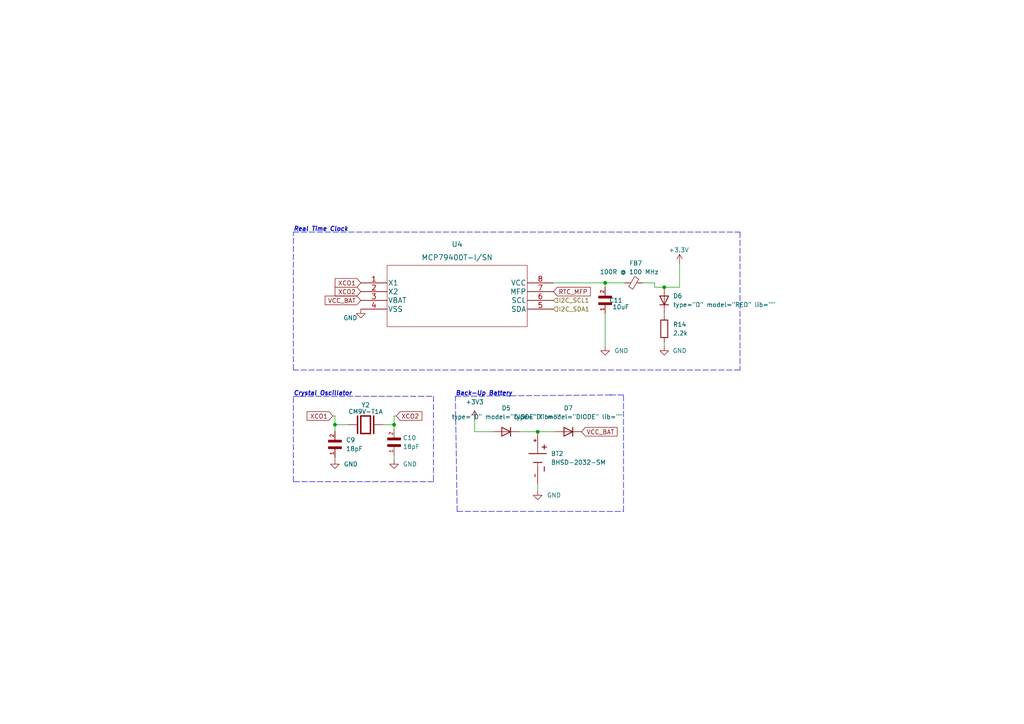
<source format=kicad_sch>
(kicad_sch (version 20211123) (generator eeschema)
  (paper "A4")
  (lib_symbols
    (symbol "+3.3V_1" (power) (pin_names (offset 0))
      (property "Value" "+3.3V_1" (at 0 3.556 0))
      (symbol "+3.3V_1_0_1"
        (polyline (pts (xy -0.762 1.27) (xy 0 2.54)))
        (polyline (pts (xy 0 0) (xy 0 2.54)))
        (polyline (pts (xy 0 2.54) (xy 0.762 1.27)))
      )
      (symbol "+3.3V_1_1_1"
        (pin power_in line (at 0 0 90) (length 0) hide (name "+3V3") (number "1"))
      )
    )
    (symbol "CM9V-T1A-32.768KHZ-9PF-20PPM-TA-QC:CM9V-T1A-32.768KHZ-9PF-20PPM-TA-QC" (pin_numbers hide) (pin_names (offset 1.016) hide)
      (property "Reference" "Y" (at -5.08 3.81 0))
      (property "Value" "CM9V-T1A-32.768KHZ-9PF-20PPM-TA-QC" (at -5.1054 -5.1054 0))
      (symbol "CM9V-T1A-32.768KHZ-9PF-20PPM-TA-QC_0_0"
        (polyline (pts (xy -2.3368 2.54) (xy -2.3368 -2.54)) (stroke (width 0.4064)))
        (polyline (pts (xy -1.397 2.54) (xy -1.397 -2.54)) (stroke (width 0.4064)))
        (polyline (pts (xy -1.397 2.54) (xy 1.397 2.54)) (stroke (width 0.4064)))
        (polyline (pts (xy 1.397 -2.54) (xy -1.397 -2.54)) (stroke (width 0.4064)))
        (polyline (pts (xy 1.397 2.54) (xy 1.397 -2.54)) (stroke (width 0.4064)))
        (polyline (pts (xy 2.3368 2.54) (xy 2.3368 -2.54)) (stroke (width 0.4064)))
        (pin passive line (at -5.08 0 0) (length 2.54) (name "~") (number "1"))
        (pin passive line (at 5.08 0 180) (length 2.54) (name "~") (number "2"))
      )
    )
    (symbol "Daughterboard_Symbols:BVSD-2032-PC" (pin_names (offset 1.016) hide)
      (property "Reference" "BT" (at -3.81 3.81 0))
      (property "Value" "BVSD-2032-PC" (at -3.81 -5.08 0))
      (symbol "BVSD-2032-PC_0_0"
        (polyline (pts (xy -3.81 1.905) (xy -2.54 1.905)) (stroke (width 0.254)))
        (polyline (pts (xy -3.175 2.54) (xy -3.175 1.27)) (stroke (width 0.254)))
        (polyline (pts (xy -1.27 0) (xy -2.54 0)) (stroke (width 0.1524)))
        (polyline (pts (xy -1.27 0) (xy -1.27 -2.54)) (stroke (width 0.254)))
        (polyline (pts (xy -1.27 2.54) (xy -1.27 0)) (stroke (width 0.254)))
        (polyline (pts (xy 1.27 0) (xy 1.27 -1.27)) (stroke (width 0.254)))
        (polyline (pts (xy 1.27 0) (xy 2.54 0)) (stroke (width 0.1524)))
        (polyline (pts (xy 1.27 1.27) (xy 1.27 0)) (stroke (width 0.254)))
        (polyline (pts (xy 2.54 1.905) (xy 3.81 1.905)) (stroke (width 0.254)))
        (pin passive line (at -7.62 0 0) (length 5.08) (name "~") (number "+"))
        (pin passive line (at 7.62 0 180) (length 5.08) (name "~") (number "-"))
      )
    )
    (symbol "Daughterboard_Symbols:CL10B104KB8NNNL" (pin_names (offset 1.016) hide)
      (property "Reference" "C" (at 0 3.81 0))
      (property "Value" "CL10B104KB8NNNL" (at 0 -5.08 0))
      (symbol "CL10B104KB8NNNL_0_0"
        (rectangle (start 0 -1.905) (end 0.635 1.905) (fill (type outline)))
        (rectangle (start 1.905 -1.905) (end 2.54 1.905) (fill (type outline)))
        (pin passive line (at -2.54 0 0) (length 2.54) (name "~") (number "1"))
        (pin passive line (at 5.08 0 180) (length 2.54) (name "~") (number "2"))
      )
    )
    (symbol "Daughterboard_Symbols:MCP79400T-I{brace}slash}SN" (pin_names (offset 0.254))
      (property "Reference" "U" (at 27.94 10.16 0))
      (property "Value" "MCP79400T-I{brace}slash}SN" (at 27.94 7.62 0))
      (symbol "MCP79400T-I{brace}slash}SN_1_1"
        (polyline (pts (xy 7.62 -12.7) (xy 48.26 -12.7)) (stroke (width 0.127)))
        (polyline (pts (xy 7.62 5.08) (xy 7.62 -12.7)) (stroke (width 0.127)))
        (polyline (pts (xy 48.26 -12.7) (xy 48.26 5.08)) (stroke (width 0.127)))
        (polyline (pts (xy 48.26 5.08) (xy 7.62 5.08)) (stroke (width 0.127)))
        (pin input line (at 0 0 0) (length 7.62) (name "X1") (number "1"))
        (pin output line (at 0 -2.54 0) (length 7.62) (name "X2") (number "2"))
        (pin power_in line (at 0 -5.08 0) (length 7.62) (name "VBAT") (number "3"))
        (pin power_in line (at 0 -7.62 0) (length 7.62) (name "VSS") (number "4"))
        (pin bidirectional line (at 55.88 -7.62 180) (length 7.62) (name "SDA") (number "5"))
        (pin unspecified line (at 55.88 -5.08 180) (length 7.62) (name "SCL") (number "6"))
        (pin unspecified line (at 55.88 -2.54 180) (length 7.62) (name "MFP") (number "7"))
        (pin power_in line (at 55.88 0 180) (length 7.62) (name "VCC") (number "8"))
      )
    )
    (symbol "Device:FerriteBead_Small" (pin_numbers hide) (pin_names (offset 0))
      (property "Reference" "FB" (at 1.905 1.27 0))
      (property "Value" "FerriteBead_Small" (at 1.905 -1.27 0))
      (symbol "FerriteBead_Small_0_1"
        (polyline (pts (xy 0 -1.27) (xy 0 -0.7874)))
        (polyline (pts (xy 0 0.889) (xy 0 1.2954)))
        (polyline (pts (xy -1.8288 0.2794) (xy -1.1176 1.4986) (xy 1.8288 -0.2032) (xy 1.1176 -1.4224) (xy -1.8288 0.2794)))
      )
      (symbol "FerriteBead_Small_1_1"
        (pin passive line (at 0 2.54 270) (length 1.27) (name "~") (number "1"))
        (pin passive line (at 0 -2.54 90) (length 1.27) (name "~") (number "2"))
      )
    )
    (symbol "Device:R" (pin_numbers hide) (pin_names (offset 0))
      (property "Reference" "R" (at 2.032 0 90))
      (property "Value" "R" (at 0 0 90))
      (symbol "R_0_1"
        (rectangle (start -1.016 -2.54) (end 1.016 2.54) (stroke (width 0.254)))
      )
      (symbol "R_1_1"
        (pin passive line (at 0 3.81 270) (length 1.27) (name "~") (number "1"))
        (pin passive line (at 0 -3.81 90) (length 1.27) (name "~") (number "2"))
      )
    )
    (symbol "Simulation_SPICE:DIODE" (pin_numbers hide) (pin_names (offset 1.016) hide)
      (property "Reference" "D" (at 0 2.54 0))
      (property "Value" "DIODE" (at 0 -2.54 0))
      (symbol "DIODE_0_1"
        (polyline (pts (xy 1.27 0) (xy -1.27 0)))
        (polyline (pts (xy 1.27 1.27) (xy 1.27 -1.27)) (stroke (width 0.254)))
        (polyline (pts (xy -1.27 -1.27) (xy -1.27 1.27) (xy 1.27 0) (xy -1.27 -1.27)) (stroke (width 0.254)))
      )
      (symbol "DIODE_1_1"
        (pin passive line (at -3.81 0 0) (length 2.54) (name "A") (number "1"))
        (pin passive line (at 3.81 0 180) (length 2.54) (name "K") (number "2"))
      )
    )
    (symbol "power:+3.3V" (power) (pin_names (offset 0))
      (property "Value" "+3.3V" (at 0 3.556 0))
      (symbol "+3.3V_0_1"
        (polyline (pts (xy -0.762 1.27) (xy 0 2.54)))
        (polyline (pts (xy 0 0) (xy 0 2.54)))
        (polyline (pts (xy 0 2.54) (xy 0.762 1.27)))
      )
      (symbol "+3.3V_1_1"
        (pin power_in line (at 0 0 90) (length 0) hide (name "+3.3V") (number "1"))
      )
    )
    (symbol "power:GND" (power) (pin_names (offset 0))
      (property "Value" "GND" (at 0 -3.81 0))
      (symbol "GND_0_1"
        (polyline (pts (xy 0 0) (xy 0 -1.27) (xy 1.27 -1.27) (xy 0 -2.54) (xy -1.27 -1.27) (xy 0 -1.27)))
      )
      (symbol "GND_1_1"
        (pin power_in line (at 0 0 270) (length 0) hide (name "GND") (number "1"))
      )
    )
  )
  (junction (at 155.956 125.222))
  (junction (at 114.3 123.19))
  (junction (at 192.659 83.312))
  (junction (at 175.514 82.042))
  (junction (at 97.155 123.19))
  (polyline (pts (xy 86.995 114.935) (xy 125.73 114.935)))
  (wire (pts (xy 175.514 90.932) (xy 175.514 100.457)))
  (wire (pts (xy 114.935 120.65) (xy 114.3 120.65)))
  (wire (pts (xy 192.659 90.932) (xy 192.659 91.567)))
  (wire (pts (xy 137.668 121.666) (xy 137.668 125.222)))
  (wire (pts (xy 160.528 82.042) (xy 175.514 82.042)))
  (wire (pts (xy 189.865 83.312) (xy 192.659 83.312)))
  (wire (pts (xy 97.155 123.19) (xy 97.155 125.095)))
  (wire (pts (xy 97.155 132.715) (xy 97.155 133.35)))
  (polyline (pts (xy 125.73 139.7) (xy 85.09 139.7)))
  (polyline (pts (xy 180.848 148.336) (xy 180.848 114.554)))
  (polyline (pts (xy 85.09 107.315) (xy 85.09 67.31)))
  (wire (pts (xy 186.309 82.042) (xy 189.865 82.042)))
  (polyline (pts (xy 85.09 67.31) (xy 214.63 67.31)))
  (polyline (pts (xy 132.588 148.336) (xy 132.08 114.935)))
  (polyline (pts (xy 180.848 114.554) (xy 176.53 114.554)))
  (wire (pts (xy 97.155 123.19) (xy 100.965 123.19)))
  (wire (pts (xy 175.514 83.312) (xy 175.514 82.042)))
  (wire (pts (xy 192.659 99.187) (xy 192.659 100.457)))
  (wire (pts (xy 155.956 125.222) (xy 161.036 125.222)))
  (wire (pts (xy 197.104 76.327) (xy 197.104 83.312)))
  (wire (pts (xy 192.659 83.312) (xy 197.104 83.312)))
  (wire (pts (xy 114.3 120.65) (xy 114.3 123.19)))
  (polyline (pts (xy 214.63 67.31) (xy 214.63 107.315)))
  (polyline (pts (xy 125.73 114.935) (xy 125.73 139.7)))
  (wire (pts (xy 97.155 120.65) (xy 97.155 123.19)))
  (polyline (pts (xy 132.08 114.935) (xy 177.546 114.554)))
  (wire (pts (xy 150.622 125.222) (xy 155.956 125.222)))
  (polyline (pts (xy 85.09 139.7) (xy 85.09 114.935)))
  (wire (pts (xy 96.52 120.65) (xy 97.155 120.65)))
  (wire (pts (xy 114.3 123.19) (xy 114.3 124.46)))
  (polyline (pts (xy 132.588 148.336) (xy 180.848 148.336)))
  (wire (pts (xy 189.865 82.042) (xy 189.865 83.312)))
  (wire (pts (xy 155.956 140.462) (xy 155.956 142.367)))
  (polyline (pts (xy 85.09 114.935) (xy 86.995 114.935)))
  (wire (pts (xy 114.3 132.08) (xy 114.3 133.35)))
  (wire (pts (xy 175.514 82.042) (xy 181.229 82.042)))
  (polyline (pts (xy 214.63 107.315) (xy 85.09 107.315)))
  (wire (pts (xy 137.668 125.222) (xy 143.002 125.222)))
  (wire (pts (xy 111.125 123.19) (xy 114.3 123.19)))
  (text "Real Time Clock" (at 85.09 67.31 0) (effects (font (size 1.27 1.27) bold italic) (justify left bottom)))
  (text "Crystal Oscillator" (at 85.09 114.935 0) (effects (font (size 1.27 1.27) (thickness 0.254) bold italic) (justify left bottom)))
  (text "Back-Up Battery" (at 132.08 114.935 0) (effects (font (size 1.27 1.27) (thickness 0.254) bold italic) (justify left bottom)))
  (global_label "RTC_MFP" (shape input) (at 160.528 84.582 0) (property "Intersheet References" "${INTERSHEET_REFS}" (effects hide)))
  (global_label "VCC_BAT" (shape input) (at 104.648 87.122 180) (property "Intersheet References" "${INTERSHEET_REFS}" (effects hide)))
  (global_label "XCO2" (shape input) (at 114.935 120.65 0) (property "Intersheet References" "${INTERSHEET_REFS}" (effects hide)))
  (global_label "VCC_BAT" (shape input) (at 168.656 125.222 0) (property "Intersheet References" "${INTERSHEET_REFS}" (effects hide)))
  (global_label "XCO1" (shape input) (at 104.648 82.042 180) (property "Intersheet References" "${INTERSHEET_REFS}" (effects hide)))
  (global_label "XCO2" (shape input) (at 104.648 84.582 180) (property "Intersheet References" "${INTERSHEET_REFS}" (effects hide)))
  (global_label "XCO1" (shape input) (at 96.52 120.65 180) (property "Intersheet References" "${INTERSHEET_REFS}" (effects hide)))
  (hierarchical_label "I2C_SCL1" (shape input) (at 160.528 87.122 0))
  (hierarchical_label "I2C_SDA1" (shape input) (at 160.528 89.662 0))
  (symbol (lib_id "Daughterboard_Symbols:MCP79400T-I{brace}slash}SN") (at 104.648 82.042 0) (unit 1)
    (property "Reference" "U4" (at 132.588 70.866 0) (effects (font (size 1.524 1.524))))
    (property "Value" "MCP79400T-I{slash}SN" (at 132.588 74.676 0) (effects (font (size 1.524 1.524))))
    (property "Footprint" "Daughterboard_footprints:MCP79400T-I&slash_SN" (effects hide))
  )
  (symbol (lib_id "power:GND") (at 192.659 100.457 0) (unit 1)
    (property "Reference" "#PWR011" (effects hide))
    (property "Value" "GND" (at 195.072 101.7269 0) (effects (justify left)))
  )
  (symbol (lib_id "power:GND") (at 155.956 142.367 0) (unit 1)
    (property "Reference" "#PWR08" (effects hide))
    (property "Value" "GND" (at 158.623 143.6369 0) (effects (justify left)))
  )
  (symbol (lib_id "power:GND") (at 175.514 100.457 0) (unit 1)
    (property "Reference" "#PWR09" (effects hide))
    (property "Value" "GND" (at 178.181 101.7269 0) (effects (justify left)))
  )
  (symbol (lib_id "Device:R") (at 192.659 95.377 0) (unit 1)
    (property "Reference" "R14" (at 195.199 94.1069 0) (effects (justify left)))
    (property "Value" "2.2k" (at 195.199 96.6469 0) (effects (justify left)))
    (property "Footprint" "Daughterboard_footprints:RESC1608X55N" (effects hide))
  )
  (symbol (lib_id "power:GND") (at 97.155 133.35 0) (unit 1)
    (property "Reference" "#PWR05" (effects hide))
    (property "Value" "GND" (at 99.695 134.6199 0) (effects (justify left)))
  )
  (symbol (lib_id "power:+3.3V") (at 197.104 76.327 0) (unit 1)
    (property "Reference" "#PWR012" (effects hide))
    (property "Value" "+3.3V" (at 193.929 72.517 0) (effects (justify left)))
  )
  (symbol (lib_id "power:GND") (at 104.648 89.662 0) (unit 1)
    (property "Reference" "#PWR07" (effects hide))
    (property "Value" "GND" (at 99.568 92.202 0) (effects (justify left)))
  )
  (symbol (lib_id "CM9V-T1A-32.768KHZ-9PF-20PPM-TA-QC:CM9V-T1A-32.768KHZ-9PF-20PPM-TA-QC") (at 106.045 123.19 0) (unit 1)
    (property "Reference" "Y2" (at 106.045 117.475 0))
    (property "Value" "CM9V-T1A" (at 106.045 119.38 0))
    (property "Footprint" "Daughterboard_footprints:XTAL_CM9V-T1A-32.768KHZ-9PF-20PPM-TA-QC" (effects hide))
    (property "MANUFACTURER" "Micro Crystal" (effects hide))
    (property "PARTREV" "8.0/10.2016" (effects hide))
    (property "STANDARD" "Manufacturer Recommendations" (effects hide))
    (property "MAXIMUM_PACKAGE_HEIGHT" "0.5 mm" (effects hide))
  )
  (symbol (lib_id "Daughterboard_Symbols:BVSD-2032-PC") (at 155.956 132.842 270) (unit 1)
    (property "Reference" "BT2" (at 159.766 131.5719 90) (effects (justify left)))
    (property "Value" "BHSD-2032-SM" (at 159.766 134.1119 90) (effects (justify left)))
    (property "Footprint" "Daughterboard_footprints:BAT_BHSD-2032-SM" (effects hide))
    (property "MAXIMUM_PACKAGE_HEIGHT" "28.19 mm" (effects hide))
    (property "MANUFACTURER" "Memory Protection Devices, Inc." (effects hide))
    (property "STANDARD" "Manufacturer Recommendations" (effects hide))
    (property "PARTREV" "D" (effects hide))
  )
  (symbol (lib_name "+3.3V_1") (lib_id "power:+3.3V") (at 137.668 121.666 0) (unit 1)
    (property "Reference" "#PWR0106" (effects hide))
    (property "Value" "+3.3V" (at 137.668 116.586 0))
  )
  (symbol (lib_id "Simulation_SPICE:DIODE") (at 164.846 125.222 0) (unit 1)
    (property "Reference" "D7" (at 164.846 118.364 0))
    (property "Value" "DIODE" (at 164.846 120.904 0))
    (property "Footprint" "Daughterboard_footprints:CAPC1608X90N" (effects hide))
    (property "Spice_Netlist_Enabled" "Y" (effects hide))
    (property "Spice_Primitive" "D" (effects hide))
  )
  (symbol (lib_id "Device:FerriteBead_Small") (at 183.769 82.042 270) (unit 1)
    (property "Reference" "FB7" (at 184.404 76.327 90))
    (property "Value" "100R @ 100 MHz" (at 182.499 78.867 90))
    (property "Footprint" "Daughterboard_footprints:BEADC1608X75N" (effects hide))
  )
  (symbol (lib_id "Daughterboard_Symbols:CL10B104KB8NNNL") (at 114.3 129.54 90) (unit 1)
    (property "Reference" "C10" (at 116.84 126.9999 90) (effects (justify right)))
    (property "Value" "18pF" (at 116.84 129.5399 90) (effects (justify right)))
    (property "Footprint" "Daughterboard_footprints:CAPC1608X90N" (effects hide))
  )
  (symbol (lib_id "Simulation_SPICE:DIODE") (at 192.659 87.122 270) (unit 1)
    (property "Reference" "D6" (at 195.199 85.8519 90) (effects (justify left)))
    (property "Value" "RED" (at 195.199 88.3919 90) (effects (justify left)))
    (property "Footprint" "Daughterboard_footprints:CAPC1608X90N" (effects hide))
    (property "Spice_Netlist_Enabled" "Y" (effects hide))
    (property "Spice_Primitive" "D" (effects hide))
  )
  (symbol (lib_id "Daughterboard_Symbols:CL10B104KB8NNNL") (at 97.155 130.175 90) (unit 1)
    (property "Reference" "C9" (at 100.33 127.6349 90) (effects (justify right)))
    (property "Value" "18pF" (at 100.33 130.1749 90) (effects (justify right)))
    (property "Footprint" "Daughterboard_footprints:CAPC1608X90N" (effects hide))
  )
  (symbol (lib_id "power:GND") (at 114.3 133.35 0) (unit 1)
    (property "Reference" "#PWR06" (effects hide))
    (property "Value" "GND" (at 116.84 134.6199 0) (effects (justify left)))
  )
  (symbol (lib_id "Daughterboard_Symbols:CL10B104KB8NNNL") (at 175.514 88.392 90) (unit 1)
    (property "Reference" "C11" (at 180.594 87.122 90) (effects (justify left)))
    (property "Value" "10uF" (at 182.499 89.027 90) (effects (justify left)))
    (property "Footprint" "CAPC1608X90N" (effects hide))
  )
  (symbol (lib_id "Simulation_SPICE:DIODE") (at 146.812 125.222 0) (unit 1)
    (property "Reference" "D5" (at 146.812 118.364 0))
    (property "Value" "DIODE" (at 146.812 120.904 0))
    (property "Footprint" "Daughterboard_footprints:CAPC1608X90N" (effects hide))
    (property "Spice_Netlist_Enabled" "Y" (effects hide))
    (property "Spice_Primitive" "D" (effects hide))
  )
)
</source>
